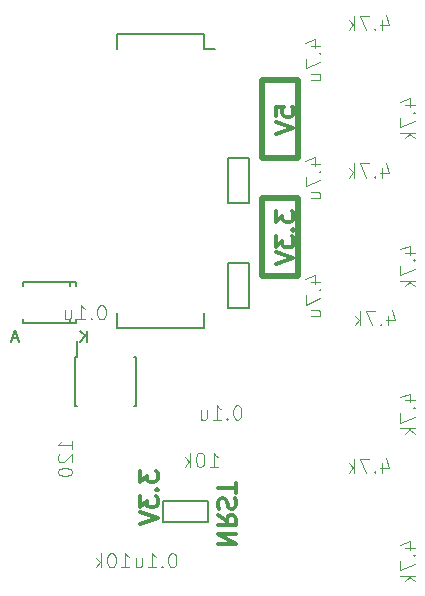
<source format=gbr>
G04 #@! TF.FileFunction,Legend,Bot*
%FSLAX46Y46*%
G04 Gerber Fmt 4.6, Leading zero omitted, Abs format (unit mm)*
G04 Created by KiCad (PCBNEW 4.0.4-stable) date 12/09/16 20:23:21*
%MOMM*%
%LPD*%
G01*
G04 APERTURE LIST*
%ADD10C,0.100000*%
%ADD11C,0.300000*%
%ADD12C,0.150000*%
%ADD13C,0.500000*%
%ADD14C,0.101600*%
G04 APERTURE END LIST*
D10*
D11*
X22678571Y-16785715D02*
X22678571Y-17714286D01*
X23250000Y-17214286D01*
X23250000Y-17428572D01*
X23321429Y-17571429D01*
X23392857Y-17642858D01*
X23535714Y-17714286D01*
X23892857Y-17714286D01*
X24035714Y-17642858D01*
X24107143Y-17571429D01*
X24178571Y-17428572D01*
X24178571Y-17000000D01*
X24107143Y-16857143D01*
X24035714Y-16785715D01*
X24035714Y-18357143D02*
X24107143Y-18428571D01*
X24178571Y-18357143D01*
X24107143Y-18285714D01*
X24035714Y-18357143D01*
X24178571Y-18357143D01*
X22678571Y-18928572D02*
X22678571Y-19857143D01*
X23250000Y-19357143D01*
X23250000Y-19571429D01*
X23321429Y-19714286D01*
X23392857Y-19785715D01*
X23535714Y-19857143D01*
X23892857Y-19857143D01*
X24035714Y-19785715D01*
X24107143Y-19714286D01*
X24178571Y-19571429D01*
X24178571Y-19142857D01*
X24107143Y-19000000D01*
X24035714Y-18928572D01*
X22678571Y-20285714D02*
X24178571Y-20785714D01*
X22678571Y-21285714D01*
X22678571Y-8714287D02*
X22678571Y-8000001D01*
X23392857Y-7928572D01*
X23321429Y-8000001D01*
X23250000Y-8142858D01*
X23250000Y-8500001D01*
X23321429Y-8642858D01*
X23392857Y-8714287D01*
X23535714Y-8785715D01*
X23892857Y-8785715D01*
X24035714Y-8714287D01*
X24107143Y-8642858D01*
X24178571Y-8500001D01*
X24178571Y-8142858D01*
X24107143Y-8000001D01*
X24035714Y-7928572D01*
X22678571Y-9214286D02*
X24178571Y-9714286D01*
X22678571Y-10214286D01*
X11178571Y-38785715D02*
X11178571Y-39714286D01*
X11750000Y-39214286D01*
X11750000Y-39428572D01*
X11821429Y-39571429D01*
X11892857Y-39642858D01*
X12035714Y-39714286D01*
X12392857Y-39714286D01*
X12535714Y-39642858D01*
X12607143Y-39571429D01*
X12678571Y-39428572D01*
X12678571Y-39000000D01*
X12607143Y-38857143D01*
X12535714Y-38785715D01*
X12535714Y-40357143D02*
X12607143Y-40428571D01*
X12678571Y-40357143D01*
X12607143Y-40285714D01*
X12535714Y-40357143D01*
X12678571Y-40357143D01*
X11178571Y-40928572D02*
X11178571Y-41857143D01*
X11750000Y-41357143D01*
X11750000Y-41571429D01*
X11821429Y-41714286D01*
X11892857Y-41785715D01*
X12035714Y-41857143D01*
X12392857Y-41857143D01*
X12535714Y-41785715D01*
X12607143Y-41714286D01*
X12678571Y-41571429D01*
X12678571Y-41142857D01*
X12607143Y-41000000D01*
X12535714Y-40928572D01*
X11178571Y-42285714D02*
X12678571Y-42785714D01*
X11178571Y-43285714D01*
X17821429Y-44964285D02*
X19321429Y-44964285D01*
X17821429Y-44107142D01*
X19321429Y-44107142D01*
X17821429Y-42535713D02*
X18535714Y-43035713D01*
X17821429Y-43392856D02*
X19321429Y-43392856D01*
X19321429Y-42821428D01*
X19250000Y-42678570D01*
X19178571Y-42607142D01*
X19035714Y-42535713D01*
X18821429Y-42535713D01*
X18678571Y-42607142D01*
X18607143Y-42678570D01*
X18535714Y-42821428D01*
X18535714Y-43392856D01*
X17892857Y-41964285D02*
X17821429Y-41749999D01*
X17821429Y-41392856D01*
X17892857Y-41249999D01*
X17964286Y-41178570D01*
X18107143Y-41107142D01*
X18250000Y-41107142D01*
X18392857Y-41178570D01*
X18464286Y-41249999D01*
X18535714Y-41392856D01*
X18607143Y-41678570D01*
X18678571Y-41821428D01*
X18750000Y-41892856D01*
X18892857Y-41964285D01*
X19035714Y-41964285D01*
X19178571Y-41892856D01*
X19250000Y-41821428D01*
X19321429Y-41678570D01*
X19321429Y-41321428D01*
X19250000Y-41107142D01*
X19321429Y-40678571D02*
X19321429Y-39821428D01*
X17821429Y-40249999D02*
X19321429Y-40249999D01*
D12*
X16629000Y-1769000D02*
X16629000Y-3039000D01*
X9279000Y-1769000D02*
X9279000Y-3039000D01*
X9279000Y-26679000D02*
X9279000Y-25409000D01*
X16629000Y-26679000D02*
X16629000Y-25409000D01*
X16629000Y-1769000D02*
X9279000Y-1769000D01*
X16629000Y-26679000D02*
X9279000Y-26679000D01*
X16629000Y-3039000D02*
X17564000Y-3039000D01*
D13*
X21500000Y-12300000D02*
X24600000Y-12300000D01*
X21500000Y-5700000D02*
X24600000Y-5700000D01*
X24600000Y-5700000D02*
X24600000Y-12300000D01*
X21500000Y-5700000D02*
X21500000Y-12300000D01*
D12*
X5675000Y-29175000D02*
X5820000Y-29175000D01*
X5675000Y-33325000D02*
X5820000Y-33325000D01*
X10825000Y-33325000D02*
X10680000Y-33325000D01*
X10825000Y-29175000D02*
X10680000Y-29175000D01*
X5675000Y-29175000D02*
X5675000Y-33325000D01*
X10825000Y-29175000D02*
X10825000Y-33325000D01*
X5820000Y-29175000D02*
X5820000Y-27775000D01*
X16905000Y-43139000D02*
X13095000Y-43139000D01*
X13095000Y-43139000D02*
X13095000Y-41361000D01*
X13095000Y-41361000D02*
X16905000Y-41361000D01*
X16905000Y-43139000D02*
X16905000Y-41361000D01*
D13*
X21500000Y-22300000D02*
X24600000Y-22300000D01*
X21500000Y-15700000D02*
X24600000Y-15700000D01*
X24600000Y-15700000D02*
X24600000Y-22300000D01*
X21500000Y-15700000D02*
X21500000Y-22300000D01*
D12*
X5299140Y-26250060D02*
X5299140Y-25899540D01*
X5299140Y-22749940D02*
X5299140Y-23100460D01*
X1249560Y-26250060D02*
X1249560Y-25899540D01*
X5750440Y-26250060D02*
X5750440Y-25899540D01*
X5750440Y-22749940D02*
X5750440Y-23100460D01*
X1249560Y-22749940D02*
X1249560Y-23100460D01*
X5750440Y-26250060D02*
X1249560Y-26250060D01*
X5750440Y-22749940D02*
X1249560Y-22749940D01*
X20447000Y-21209000D02*
X20447000Y-25019000D01*
X20447000Y-25019000D02*
X18669000Y-25019000D01*
X18669000Y-25019000D02*
X18669000Y-21209000D01*
X20447000Y-21209000D02*
X18669000Y-21209000D01*
X20447000Y-12319000D02*
X20447000Y-16129000D01*
X20447000Y-16129000D02*
X18669000Y-16129000D01*
X18669000Y-16129000D02*
X18669000Y-12319000D01*
X20447000Y-12319000D02*
X18669000Y-12319000D01*
D14*
X13982929Y-45736048D02*
X13868024Y-45736048D01*
X13753119Y-45793500D01*
X13695667Y-45850952D01*
X13638214Y-45965857D01*
X13580762Y-46195667D01*
X13580762Y-46482929D01*
X13638214Y-46712738D01*
X13695667Y-46827643D01*
X13753119Y-46885095D01*
X13868024Y-46942548D01*
X13982929Y-46942548D01*
X14097833Y-46885095D01*
X14155286Y-46827643D01*
X14212738Y-46712738D01*
X14270190Y-46482929D01*
X14270190Y-46195667D01*
X14212738Y-45965857D01*
X14155286Y-45850952D01*
X14097833Y-45793500D01*
X13982929Y-45736048D01*
X13063690Y-46827643D02*
X13006238Y-46885095D01*
X13063690Y-46942548D01*
X13121142Y-46885095D01*
X13063690Y-46827643D01*
X13063690Y-46942548D01*
X11857190Y-46942548D02*
X12546618Y-46942548D01*
X12201904Y-46942548D02*
X12201904Y-45736048D01*
X12316809Y-45908405D01*
X12431714Y-46023310D01*
X12546618Y-46080762D01*
X10823047Y-46138214D02*
X10823047Y-46942548D01*
X11340118Y-46138214D02*
X11340118Y-46770190D01*
X11282666Y-46885095D01*
X11167761Y-46942548D01*
X10995404Y-46942548D01*
X10880499Y-46885095D01*
X10823047Y-46827643D01*
X9580762Y-46942548D02*
X10270190Y-46942548D01*
X9925476Y-46942548D02*
X9925476Y-45736048D01*
X10040381Y-45908405D01*
X10155286Y-46023310D01*
X10270190Y-46080762D01*
X8833881Y-45736048D02*
X8718976Y-45736048D01*
X8604071Y-45793500D01*
X8546619Y-45850952D01*
X8489166Y-45965857D01*
X8431714Y-46195667D01*
X8431714Y-46482929D01*
X8489166Y-46712738D01*
X8546619Y-46827643D01*
X8604071Y-46885095D01*
X8718976Y-46942548D01*
X8833881Y-46942548D01*
X8948785Y-46885095D01*
X9006238Y-46827643D01*
X9063690Y-46712738D01*
X9121142Y-46482929D01*
X9121142Y-46195667D01*
X9063690Y-45965857D01*
X9006238Y-45850952D01*
X8948785Y-45793500D01*
X8833881Y-45736048D01*
X7914642Y-46942548D02*
X7914642Y-45736048D01*
X7799737Y-46482929D02*
X7455023Y-46942548D01*
X7455023Y-46138214D02*
X7914642Y-46597833D01*
X17080762Y-38442548D02*
X17770190Y-38442548D01*
X17425476Y-38442548D02*
X17425476Y-37236048D01*
X17540381Y-37408405D01*
X17655286Y-37523310D01*
X17770190Y-37580762D01*
X16333881Y-37236048D02*
X16218976Y-37236048D01*
X16104071Y-37293500D01*
X16046619Y-37350952D01*
X15989166Y-37465857D01*
X15931714Y-37695667D01*
X15931714Y-37982929D01*
X15989166Y-38212738D01*
X16046619Y-38327643D01*
X16104071Y-38385095D01*
X16218976Y-38442548D01*
X16333881Y-38442548D01*
X16448785Y-38385095D01*
X16506238Y-38327643D01*
X16563690Y-38212738D01*
X16621142Y-37982929D01*
X16621142Y-37695667D01*
X16563690Y-37465857D01*
X16506238Y-37350952D01*
X16448785Y-37293500D01*
X16333881Y-37236048D01*
X15414642Y-38442548D02*
X15414642Y-37236048D01*
X15299737Y-37982929D02*
X14955023Y-38442548D01*
X14955023Y-37638214D02*
X15414642Y-38097833D01*
X5442548Y-36919238D02*
X5442548Y-36229810D01*
X5442548Y-36574524D02*
X4236048Y-36574524D01*
X4408405Y-36459619D01*
X4523310Y-36344714D01*
X4580762Y-36229810D01*
X4350952Y-37378858D02*
X4293500Y-37436310D01*
X4236048Y-37551215D01*
X4236048Y-37838477D01*
X4293500Y-37953381D01*
X4350952Y-38010834D01*
X4465857Y-38068286D01*
X4580762Y-38068286D01*
X4753119Y-38010834D01*
X5442548Y-37321405D01*
X5442548Y-38068286D01*
X4236048Y-38815167D02*
X4236048Y-38930072D01*
X4293500Y-39044977D01*
X4350952Y-39102429D01*
X4465857Y-39159882D01*
X4695667Y-39217334D01*
X4982929Y-39217334D01*
X5212738Y-39159882D01*
X5327643Y-39102429D01*
X5385095Y-39044977D01*
X5442548Y-38930072D01*
X5442548Y-38815167D01*
X5385095Y-38700263D01*
X5327643Y-38642810D01*
X5212738Y-38585358D01*
X4982929Y-38527906D01*
X4695667Y-38527906D01*
X4465857Y-38585358D01*
X4350952Y-38642810D01*
X4293500Y-38700263D01*
X4236048Y-38815167D01*
X25638214Y-2804333D02*
X26442548Y-2804333D01*
X25178595Y-2517071D02*
X26040381Y-2229810D01*
X26040381Y-2976690D01*
X26327643Y-3436310D02*
X26385095Y-3493762D01*
X26442548Y-3436310D01*
X26385095Y-3378858D01*
X26327643Y-3436310D01*
X26442548Y-3436310D01*
X25236048Y-3895929D02*
X25236048Y-4700262D01*
X26442548Y-4183191D01*
X25638214Y-5676953D02*
X26442548Y-5676953D01*
X25638214Y-5159882D02*
X26270190Y-5159882D01*
X26385095Y-5217334D01*
X26442548Y-5332239D01*
X26442548Y-5504596D01*
X26385095Y-5619501D01*
X26327643Y-5676953D01*
X25638214Y-22804333D02*
X26442548Y-22804333D01*
X25178595Y-22517071D02*
X26040381Y-22229810D01*
X26040381Y-22976690D01*
X26327643Y-23436310D02*
X26385095Y-23493762D01*
X26442548Y-23436310D01*
X26385095Y-23378858D01*
X26327643Y-23436310D01*
X26442548Y-23436310D01*
X25236048Y-23895929D02*
X25236048Y-24700262D01*
X26442548Y-24183191D01*
X25638214Y-25676953D02*
X26442548Y-25676953D01*
X25638214Y-25159882D02*
X26270190Y-25159882D01*
X26385095Y-25217334D01*
X26442548Y-25332239D01*
X26442548Y-25504596D01*
X26385095Y-25619501D01*
X26327643Y-25676953D01*
X25638214Y-12804333D02*
X26442548Y-12804333D01*
X25178595Y-12517071D02*
X26040381Y-12229810D01*
X26040381Y-12976690D01*
X26327643Y-13436310D02*
X26385095Y-13493762D01*
X26442548Y-13436310D01*
X26385095Y-13378858D01*
X26327643Y-13436310D01*
X26442548Y-13436310D01*
X25236048Y-13895929D02*
X25236048Y-14700262D01*
X26442548Y-14183191D01*
X25638214Y-15676953D02*
X26442548Y-15676953D01*
X25638214Y-15159882D02*
X26270190Y-15159882D01*
X26385095Y-15217334D01*
X26442548Y-15332239D01*
X26442548Y-15504596D01*
X26385095Y-15619501D01*
X26327643Y-15676953D01*
X19482929Y-33236048D02*
X19368024Y-33236048D01*
X19253119Y-33293500D01*
X19195667Y-33350952D01*
X19138214Y-33465857D01*
X19080762Y-33695667D01*
X19080762Y-33982929D01*
X19138214Y-34212738D01*
X19195667Y-34327643D01*
X19253119Y-34385095D01*
X19368024Y-34442548D01*
X19482929Y-34442548D01*
X19597833Y-34385095D01*
X19655286Y-34327643D01*
X19712738Y-34212738D01*
X19770190Y-33982929D01*
X19770190Y-33695667D01*
X19712738Y-33465857D01*
X19655286Y-33350952D01*
X19597833Y-33293500D01*
X19482929Y-33236048D01*
X18563690Y-34327643D02*
X18506238Y-34385095D01*
X18563690Y-34442548D01*
X18621142Y-34385095D01*
X18563690Y-34327643D01*
X18563690Y-34442548D01*
X17357190Y-34442548D02*
X18046618Y-34442548D01*
X17701904Y-34442548D02*
X17701904Y-33236048D01*
X17816809Y-33408405D01*
X17931714Y-33523310D01*
X18046618Y-33580762D01*
X16323047Y-33638214D02*
X16323047Y-34442548D01*
X16840118Y-33638214D02*
X16840118Y-34270190D01*
X16782666Y-34385095D01*
X16667761Y-34442548D01*
X16495404Y-34442548D01*
X16380499Y-34385095D01*
X16323047Y-34327643D01*
X7982929Y-24736048D02*
X7868024Y-24736048D01*
X7753119Y-24793500D01*
X7695667Y-24850952D01*
X7638214Y-24965857D01*
X7580762Y-25195667D01*
X7580762Y-25482929D01*
X7638214Y-25712738D01*
X7695667Y-25827643D01*
X7753119Y-25885095D01*
X7868024Y-25942548D01*
X7982929Y-25942548D01*
X8097833Y-25885095D01*
X8155286Y-25827643D01*
X8212738Y-25712738D01*
X8270190Y-25482929D01*
X8270190Y-25195667D01*
X8212738Y-24965857D01*
X8155286Y-24850952D01*
X8097833Y-24793500D01*
X7982929Y-24736048D01*
X7063690Y-25827643D02*
X7006238Y-25885095D01*
X7063690Y-25942548D01*
X7121142Y-25885095D01*
X7063690Y-25827643D01*
X7063690Y-25942548D01*
X5857190Y-25942548D02*
X6546618Y-25942548D01*
X6201904Y-25942548D02*
X6201904Y-24736048D01*
X6316809Y-24908405D01*
X6431714Y-25023310D01*
X6546618Y-25080762D01*
X4823047Y-25138214D02*
X4823047Y-25942548D01*
X5340118Y-25138214D02*
X5340118Y-25770190D01*
X5282666Y-25885095D01*
X5167761Y-25942548D01*
X4995404Y-25942548D01*
X4880499Y-25885095D01*
X4823047Y-25827643D01*
X33638214Y-20304333D02*
X34442548Y-20304333D01*
X33178595Y-20017071D02*
X34040381Y-19729810D01*
X34040381Y-20476690D01*
X34327643Y-20936310D02*
X34385095Y-20993762D01*
X34442548Y-20936310D01*
X34385095Y-20878858D01*
X34327643Y-20936310D01*
X34442548Y-20936310D01*
X33236048Y-21395929D02*
X33236048Y-22200262D01*
X34442548Y-21683191D01*
X34442548Y-22659882D02*
X33236048Y-22659882D01*
X33982929Y-22774787D02*
X34442548Y-23119501D01*
X33638214Y-23119501D02*
X34097833Y-22659882D01*
X31695667Y-13138214D02*
X31695667Y-13942548D01*
X31982929Y-12678595D02*
X32270190Y-13540381D01*
X31523310Y-13540381D01*
X31063690Y-13827643D02*
X31006238Y-13885095D01*
X31063690Y-13942548D01*
X31121142Y-13885095D01*
X31063690Y-13827643D01*
X31063690Y-13942548D01*
X30604071Y-12736048D02*
X29799738Y-12736048D01*
X30316809Y-13942548D01*
X29340118Y-13942548D02*
X29340118Y-12736048D01*
X29225213Y-13482929D02*
X28880499Y-13942548D01*
X28880499Y-13138214D02*
X29340118Y-13597833D01*
X33638214Y-7804333D02*
X34442548Y-7804333D01*
X33178595Y-7517071D02*
X34040381Y-7229810D01*
X34040381Y-7976690D01*
X34327643Y-8436310D02*
X34385095Y-8493762D01*
X34442548Y-8436310D01*
X34385095Y-8378858D01*
X34327643Y-8436310D01*
X34442548Y-8436310D01*
X33236048Y-8895929D02*
X33236048Y-9700262D01*
X34442548Y-9183191D01*
X34442548Y-10159882D02*
X33236048Y-10159882D01*
X33982929Y-10274787D02*
X34442548Y-10619501D01*
X33638214Y-10619501D02*
X34097833Y-10159882D01*
X31695667Y-638214D02*
X31695667Y-1442548D01*
X31982929Y-178595D02*
X32270190Y-1040381D01*
X31523310Y-1040381D01*
X31063690Y-1327643D02*
X31006238Y-1385095D01*
X31063690Y-1442548D01*
X31121142Y-1385095D01*
X31063690Y-1327643D01*
X31063690Y-1442548D01*
X30604071Y-236048D02*
X29799738Y-236048D01*
X30316809Y-1442548D01*
X29340118Y-1442548D02*
X29340118Y-236048D01*
X29225213Y-982929D02*
X28880499Y-1442548D01*
X28880499Y-638214D02*
X29340118Y-1097833D01*
X33638214Y-32804333D02*
X34442548Y-32804333D01*
X33178595Y-32517071D02*
X34040381Y-32229810D01*
X34040381Y-32976690D01*
X34327643Y-33436310D02*
X34385095Y-33493762D01*
X34442548Y-33436310D01*
X34385095Y-33378858D01*
X34327643Y-33436310D01*
X34442548Y-33436310D01*
X33236048Y-33895929D02*
X33236048Y-34700262D01*
X34442548Y-34183191D01*
X34442548Y-35159882D02*
X33236048Y-35159882D01*
X33982929Y-35274787D02*
X34442548Y-35619501D01*
X33638214Y-35619501D02*
X34097833Y-35159882D01*
X32195667Y-25638214D02*
X32195667Y-26442548D01*
X32482929Y-25178595D02*
X32770190Y-26040381D01*
X32023310Y-26040381D01*
X31563690Y-26327643D02*
X31506238Y-26385095D01*
X31563690Y-26442548D01*
X31621142Y-26385095D01*
X31563690Y-26327643D01*
X31563690Y-26442548D01*
X31104071Y-25236048D02*
X30299738Y-25236048D01*
X30816809Y-26442548D01*
X29840118Y-26442548D02*
X29840118Y-25236048D01*
X29725213Y-25982929D02*
X29380499Y-26442548D01*
X29380499Y-25638214D02*
X29840118Y-26097833D01*
X33638214Y-45304333D02*
X34442548Y-45304333D01*
X33178595Y-45017071D02*
X34040381Y-44729810D01*
X34040381Y-45476690D01*
X34327643Y-45936310D02*
X34385095Y-45993762D01*
X34442548Y-45936310D01*
X34385095Y-45878858D01*
X34327643Y-45936310D01*
X34442548Y-45936310D01*
X33236048Y-46395929D02*
X33236048Y-47200262D01*
X34442548Y-46683191D01*
X34442548Y-47659882D02*
X33236048Y-47659882D01*
X33982929Y-47774787D02*
X34442548Y-48119501D01*
X33638214Y-48119501D02*
X34097833Y-47659882D01*
X31695667Y-38138214D02*
X31695667Y-38942548D01*
X31982929Y-37678595D02*
X32270190Y-38540381D01*
X31523310Y-38540381D01*
X31063690Y-38827643D02*
X31006238Y-38885095D01*
X31063690Y-38942548D01*
X31121142Y-38885095D01*
X31063690Y-38827643D01*
X31063690Y-38942548D01*
X30604071Y-37736048D02*
X29799738Y-37736048D01*
X30316809Y-38942548D01*
X29340118Y-38942548D02*
X29340118Y-37736048D01*
X29225213Y-38482929D02*
X28880499Y-38942548D01*
X28880499Y-38138214D02*
X29340118Y-38597833D01*
D12*
X6661905Y-27902381D02*
X6661905Y-26902381D01*
X6090476Y-27902381D02*
X6519048Y-27330952D01*
X6090476Y-26902381D02*
X6661905Y-27473810D01*
X838095Y-27566667D02*
X361904Y-27566667D01*
X933333Y-27852381D02*
X600000Y-26852381D01*
X266666Y-27852381D01*
M02*

</source>
